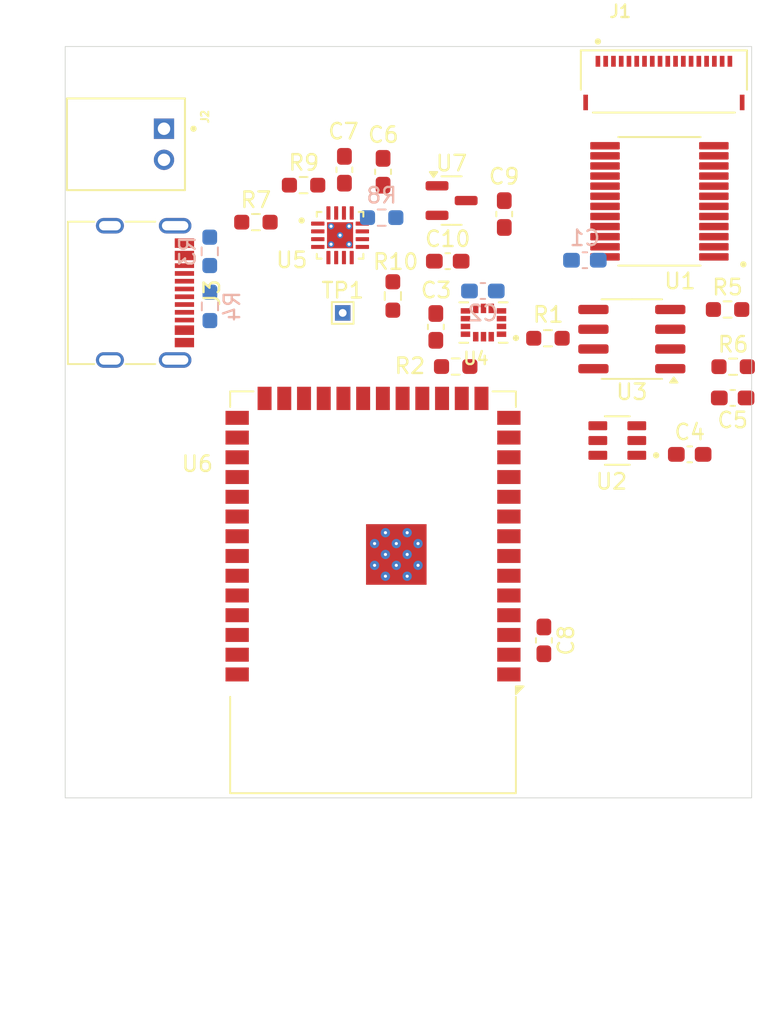
<source format=kicad_pcb>
(kicad_pcb (version 20241229) (generator "pcbnew") (generator_version "9.0")
  (layers (0 "F.Cu" signal) (2 "B.Cu" signal) (13 "F.Paste" user) (15 "B.Paste" user) (5 "F.SilkS" user "F.Silkscreen") (7 "B.SilkS" user "B.Silkscreen") (1 "F.Mask" user) (3 "B.Mask" user) (25 "Edge.Cuts" user))
  (net 0 "")
  (net 1 "Net-(U2-VIN)")
  (net 2 "/MCU/VDD5V")
  (net 3 "Net-(U5-TMR)")
  (net 4 "Net-(U5-OUT_10)")
  (net 5 "/Sensor/sense8")
  (net 6 "/Sensor/sense16")
  (net 7 "/Sensor/sense5")
  (net 8 "/Sensor/sense3")
  (net 9 "/Sensor/sense7")
  (net 10 "/Sensor/sense13")
  (net 11 "/Sensor/sense2")
  (net 12 "/Sensor/sense11")
  (net 13 "/Sensor/sense14")
  (net 14 "/Sensor/sense15")
  (net 15 "/Sensor/sense4")
  (net 16 "/Sensor/sense9")
  (net 17 "/Sensor/sense6")
  (net 18 "/Sensor/sense10")
  (net 19 "/Sensor/sense1")
  (net 20 "/Sensor/sense12")
  (net 21 "Net-(J2-Pin_1)")
  (net 22 "/MCU/USB_D_N")
  (net 24 "Net-(J3-CC1)")
  (net 25 "/MCU/USB_D_P")
  (net 29 "Net-(J3-CC2)")
  (net 32 "/MCU/IMU_Data")
  (net 33 "/MCU/IMU_Clk")
  (net 34 "/Sensor/Mux_Out")
  (net 35 "Net-(U3A--)")
  (net 36 "Net-(U5-TS)")
  (net 37 "Net-(U5-ISET)")
  (net 38 "+3V3")
  (net 39 "Net-(U5-~{CHG})")
  (net 40 "Net-(U5-~{PGOOD})")
  (net 42 "/MCU/S3")
  (net 43 "/MCU/S2")
  (net 44 "/MCU/S0")
  (net 45 "/MCU/ADC_CLK")
  (net 46 "GND")
  (net 47 "/MCU/ADC_CS")
  (net 48 "/MCU/ADC_SDATA")
  (net 49 "/MCU/IMU_INT")
  (net 69 "/MCU/S1")
  (net 81 "Net-(U5-ILIM)")
  (footprint "Resistor_SMD:R_0603_1608Metric_Pad0.98x0.95mm_HandSolder" (layer "F.Cu") (at 148.425 64.77 180)
    (property "Reference" "R1" (at -0.02 1.52 0) (layer "F.SilkS"))
    (property "Value" "4.7k")
    (fp_line (start -0.254724 0.5225) (end 0.254724 0.5225) (stroke (width 0.12)) (layer "F.SilkS"))
    (fp_line (start -0.254724 -0.5225) (end 0.254724 -0.5225) (stroke (width 0.12)) (layer "F.SilkS"))
    (pad "1" smd roundrect (at -0.9125 0 180) (size 0.975 0.95) (layers "F.Cu" "F.Mask" "F.Paste") (net 38 "+3V3"))
    (pad "2" smd roundrect (at 0.9125 0 180) (size 0.975 0.95) (layers "F.Cu" "F.Mask" "F.Paste") (net 32 "/MCU/IMU_Data"))
  )
  (footprint "Capacitor_SMD:C_0603_1608Metric_Pad1.08x0.95mm_HandSolder" (layer "F.Cu") (at 141.205 64.04 90)
    (property "Reference" "C3" (at 2.36 0.02 0) (layer "F.SilkS"))
    (property "Value" "100n")
    (fp_line (start -0.146267 -0.51) (end 0.146267 -0.51) (stroke (width 0.12)) (layer "F.SilkS"))
    (fp_line (start -0.146267 0.51) (end 0.146267 0.51) (stroke (width 0.12)) (layer "F.SilkS"))
    (pad "1" smd roundrect (at -0.8625 0 90) (size 1.075 0.95) (layers "F.Cu" "F.Mask" "F.Paste") (net 38 "+3V3"))
    (pad "2" smd roundrect (at 0.8625 0 90) (size 1.075 0.95) (layers "F.Cu" "F.Mask" "F.Paste") (net 46 "GND"))
  )
  (footprint "Capacitor_SMD:C_0603_1608Metric_Pad1.08x0.95mm_HandSolder" (layer "F.Cu") (at 157.5575 72.24)
    (property "Reference" "C4" (at 0 -1.43 0) (layer "F.SilkS"))
    (property "Value" "0.1u")
    (fp_line (start -0.146267 -0.51) (end 0.146267 -0.51) (stroke (width 0.12)) (layer "F.SilkS"))
    (fp_line (start -0.146267 0.51) (end 0.146267 0.51) (stroke (width 0.12)) (layer "F.SilkS"))
    (pad "1" smd roundrect (at -0.8625 0) (size 1.075 0.95) (layers "F.Cu" "F.Mask" "F.Paste") (net 38 "+3V3"))
    (pad "2" smd roundrect (at 0.8625 0) (size 1.075 0.95) (layers "F.Cu" "F.Mask" "F.Paste") (net 46 "GND"))
  )
  (footprint "Resistor_SMD:R_0603_1608Metric_Pad0.98x0.95mm_HandSolder" (layer "F.Cu") (at 138.4375 62.05 90)
    (property "Reference" "R10" (at 2.2025 0.18 180) (layer "F.SilkS"))
    (property "Value" "10k")
    (fp_line (start -0.254724 -0.5225) (end 0.254724 -0.5225) (stroke (width 0.12)) (layer "F.SilkS"))
    (fp_line (start -0.254724 0.5225) (end 0.254724 0.5225) (stroke (width 0.12)) (layer "F.SilkS"))
    (pad "1" smd roundrect (at -0.9125 0 90) (size 0.975 0.95) (layers "F.Cu" "F.Mask" "F.Paste") (net 2 "/MCU/VDD5V"))
    (pad "2" smd roundrect (at 0.9125 0 90) (size 0.975 0.95) (layers "F.Cu" "F.Mask" "F.Paste") (net 39 "Net-(U5-~{CHG})"))
  )
  (footprint "Resistor_SMD:R_0603_1608Metric_Pad0.98x0.95mm_HandSolder" (layer "F.Cu") (at 142.485 66.59)
    (property "Reference" "R2" (at -2.95 -0.04 0) (layer "F.SilkS"))
    (property "Value" "4.7k")
    (fp_line (start -0.254724 -0.5225) (end 0.254724 -0.5225) (stroke (width 0.12)) (layer "F.SilkS"))
    (fp_line (start -0.254724 0.5225) (end 0.254724 0.5225) (stroke (width 0.12)) (layer "F.SilkS"))
    (pad "1" smd roundrect (at -0.9125 0) (size 0.975 0.95) (layers "F.Cu" "F.Mask" "F.Paste") (net 38 "+3V3"))
    (pad "2" smd roundrect (at 0.9125 0) (size 0.975 0.95) (layers "F.Cu" "F.Mask" "F.Paste") (net 33 "/MCU/IMU_Clk"))
  )
  (footprint "Resistor_SMD:R_0603_1608Metric_Pad0.98x0.95mm_HandSolder" (layer "F.Cu") (at 132.6875 54.92 180)
    (property "Reference" "R9" (at -0.02 1.45 0) (layer "F.SilkS"))
    (property "Value" "4k")
    (fp_line (start -0.254724 0.5225) (end 0.254724 0.5225) (stroke (width 0.12)) (layer "F.SilkS"))
    (fp_line (start -0.254724 -0.5225) (end 0.254724 -0.5225) (stroke (width 0.12)) (layer "F.SilkS"))
    (pad "1" smd roundrect (at -0.9125 0 180) (size 0.975 0.95) (layers "F.Cu" "F.Mask" "F.Paste") (net 46 "GND"))
    (pad "2" smd roundrect (at 0.9125 0 180) (size 0.975 0.95) (layers "F.Cu" "F.Mask" "F.Paste") (net 37 "Net-(U5-ISET)"))
  )
  (footprint "TestPoint:TestPoint_THTPad_1.0x1.0mm_Drill0.5mm" (layer "F.Cu") (at 135.2075 63.14)
    (property "Reference" "TP1" (at 0 -1.448 0) (layer "F.SilkS"))
    (property "Value" "TestPoint")
    (fp_line (start -0.7 -0.7) (end 0.7 -0.7) (stroke (width 0.12)) (layer "F.SilkS"))
    (fp_line (start -0.7 0.7) (end -0.7 -0.7) (stroke (width 0.12)) (layer "F.SilkS"))
    (fp_line (start 0.7 -0.7) (end 0.7 0.7) (stroke (width 0.12)) (layer "F.SilkS"))
    (fp_line (start 0.7 0.7) (end -0.7 0.7) (stroke (width 0.12)) (layer "F.SilkS"))
    (pad "1" thru_hole rect (at 0 0) (size 1 1) (drill 0.5) (layers "*.Cu" "*.Mask") (net 40 "Net-(U5-~{PGOOD})"))
  )
  (footprint "pp_senior_design:QFN50P300X300X100-17N" (layer "F.Cu") (at 135.0375 58.145)
    (property "Reference" "U5" (at -3.11 1.595 0) (layer "F.SilkS"))
    (property "Value" "BQ24075RGTR")
    (fp_line (start -1.5 -1.5) (end -1.5 -1.2) (stroke (width 0.127)) (layer "F.SilkS"))
    (fp_line (start -1.5 -1.5) (end -1.2 -1.5) (stroke (width 0.127)) (layer "F.SilkS"))
    (fp_line (start -1.5 1.5) (end -1.5 1.2) (stroke (width 0.127)) (layer "F.SilkS"))
    (fp_line (start -1.5 1.5) (end -1.2 1.5) (stroke (width 0.127)) (layer "F.SilkS"))
    (fp_line (start 1.5 -1.5) (end 1.2 -1.5) (stroke (width 0.127)) (layer "F.SilkS"))
    (fp_line (start 1.5 -1.5) (end 1.5 -1.2) (stroke (width 0.127)) (layer "F.SilkS"))
    (fp_line (start 1.5 1.5) (end 1.2 1.5) (stroke (width 0.127)) (layer "F.SilkS"))
    (fp_line (start 1.5 1.5) (end 1.5 1.2) (stroke (width 0.127)) (layer "F.SilkS"))
    (fp_circle (center -2.475 -0.95) (end -2.375 -0.95) (stroke (width 0.2)) (fill no) (layer "F.SilkS"))
    (pad "1" smd roundrect (at -1.435 -0.75) (size 0.86 0.26) (layers "F.Cu" "F.Mask" "F.Paste") (roundrect_rratio 0.125) (net 36 "Net-(U5-TS)"))
    (pad "2" smd roundrect (at -1.435 -0.25) (size 0.86 0.26) (layers "F.Cu" "F.Mask" "F.Paste") (roundrect_rratio 0.125) (net 21 "Net-(J2-Pin_1)"))
    (pad "3" smd roundrect (at -1.435 0.25) (size 0.86 0.26) (layers "F.Cu" "F.Mask" "F.Paste") (roundrect_rratio 0.125) (net 21 "Net-(J2-Pin_1)"))
    (pad "4" smd roundrect (at -1.435 0.75) (size 0.86 0.26) (layers "F.Cu" "F.Mask" "F.Paste") (roundrect_rratio 0.125) (net 46 "GND"))
    (pad "5" smd roundrect (at -0.75 1.435) (size 0.26 0.86) (layers "F.Cu" "F.Mask" "F.Paste") (roundrect_rratio 0.125) (net 38 "+3V3"))
    (pad "6" smd roundrect (at -0.25 1.435) (size 0.26 0.86) (layers "F.Cu" "F.Mask" "F.Paste") (roundrect_rratio 0.125) (net 38 "+3V3"))
    (pad "7" smd roundrect (at 0.25 1.435) (size 0.26 0.86) (layers "F.Cu" "F.Mask" "F.Paste") (roundrect_rratio 0.125) (net 40 "Net-(U5-~{PGOOD})"))
    (pad "8" smd roundrect (at 0.75 1.435) (size 0.26 0.86) (layers "F.Cu" "F.Mask" "F.Paste") (roundrect_rratio 0.125) (net 46 "GND"))
    (pad "9" smd roundrect (at 1.435 0.75) (size 0.86 0.26) (layers "F.Cu" "F.Mask" "F.Paste") (roundrect_rratio 0.125) (net 39 "Net-(U5-~{CHG})"))
    (pad "10" smd roundrect (at 1.435 0.25) (size 0.86 0.26) (layers "F.Cu" "F.Mask" "F.Paste") (roundrect_rratio 0.125) (net 4 "Net-(U5-OUT_10)"))
    (pad "11" smd roundrect (at 1.435 -0.25) (size 0.86 0.26) (layers "F.Cu" "F.Mask" "F.Paste") (roundrect_rratio 0.125) (net 4 "Net-(U5-OUT_10)"))
    (pad "12" smd roundrect (at 1.435 -0.75) (size 0.86 0.26) (layers "F.Cu" "F.Mask" "F.Paste") (roundrect_rratio 0.125) (net 81 "Net-(U5-ILIM)"))
    (pad "13" smd roundrect (at 0.75 -1.435) (size 0.26 0.86) (layers "F.Cu" "F.Mask" "F.Paste") (roundrect_rratio 0.125) (net 2 "/MCU/VDD5V"))
    (pad "14" smd roundrect (at 0.25 -1.435) (size 0.26 0.86) (layers "F.Cu" "F.Mask" "F.Paste") (roundrect_rratio 0.125) (net 3 "Net-(U5-TMR)"))
    (pad "15" smd roundrect (at -0.25 -1.435) (size 0.26 0.86) (layers "F.Cu" "F.Mask" "F.Paste") (roundrect_rratio 0.125) (net 46 "GND"))
    (pad "16" smd roundrect (at -0.75 -1.435) (size 0.26 0.86) (layers "F.Cu" "F.Mask" "F.Paste") (roundrect_rratio 0.125) (net 37 "Net-(U5-ISET)"))
    (pad "17" smd rect (at 0 0) (size 1.68 1.68) (layers "F.Cu" "F.Mask") (net 46 "GND"))
    (pad "18" thru_hole circle (at 0 0) (size 0.4 0.4) (drill 0.2) (layers "*.Cu"))
    (pad "19" thru_hole circle (at -0.58 -0.58) (size 0.4 0.4) (drill 0.2) (layers "*.Cu"))
    (pad "20" thru_hole circle (at 0.58 -0.58) (size 0.4 0.4) (drill 0.2) (layers "*.Cu"))
    (pad "21" thru_hole circle (at -0.58 0.58) (size 0.4 0.4) (drill 0.2) (layers "*.Cu"))
    (pad "22" thru_hole circle (at 0.58 0.58) (size 0.4 0.4) (drill 0.2) (layers "*.Cu"))
  )
  (footprint "Resistor_SMD:R_0603_1608Metric_Pad0.98x0.95mm_HandSolder" (layer "F.Cu") (at 160.355 66.6)
    (property "Reference" "R6" (at 0 -1.43 0) (layer "F.SilkS"))
    (property "Value" "4.7k")
    (fp_line (start -0.254724 -0.5225) (end 0.254724 -0.5225) (stroke (width 0.12)) (layer "F.SilkS"))
    (fp_line (start -0.254724 0.5225) (end 0.254724 0.5225) (stroke (width 0.12)) (layer "F.SilkS"))
    (pad "1" smd roundrect (at -0.9125 0) (size 0.975 0.95) (layers "F.Cu" "F.Mask" "F.Paste") (net 35 "Net-(U3A--)"))
    (pad "2" smd roundrect (at 0.9125 0) (size 0.975 0.95) (layers "F.Cu" "F.Mask" "F.Paste") (net 1 "Net-(U2-VIN)"))
  )
  (footprint "Capacitor_SMD:C_0603_1608Metric_Pad1.08x0.95mm_HandSolder" (layer "F.Cu") (at 148.165 84.2075 -90)
    (property "Reference" "C8" (at 0 -1.43 90) (layer "F.SilkS"))
    (property "Value" "0.1u")
    (fp_line (start -0.146267 0.51) (end 0.146267 0.51) (stroke (width 0.12)) (layer "F.SilkS"))
    (fp_line (start -0.146267 -0.51) (end 0.146267 -0.51) (stroke (width 0.12)) (layer "F.SilkS"))
    (pad "1" smd roundrect (at -0.8625 0 270) (size 1.075 0.95) (layers "F.Cu" "F.Mask" "F.Paste") (net 38 "+3V3"))
    (pad "2" smd roundrect (at 0.8625 0 270) (size 1.075 0.95) (layers "F.Cu" "F.Mask" "F.Paste") (net 46 "GND"))
  )
  (footprint "Capacitor_SMD:C_0603_1608Metric_Pad1.08x0.95mm_HandSolder" (layer "F.Cu") (at 135.3175 53.93 90)
    (property "Reference" "C7" (at 2.47 -0.06 180) (layer "F.SilkS"))
    (property "Value" "10n")
    (fp_line (start -0.146267 -0.51) (end 0.146267 -0.51) (stroke (width 0.12)) (layer "F.SilkS"))
    (fp_line (start -0.146267 0.51) (end 0.146267 0.51) (stroke (width 0.12)) (layer "F.SilkS"))
    (pad "1" smd roundrect (at -0.862501 0 90) (size 1.075 0.95) (layers "F.Cu" "F.Mask" "F.Paste") (net 3 "Net-(U5-TMR)"))
    (pad "2" smd roundrect (at 0.862501 0 90) (size 1.075 0.95) (layers "F.Cu" "F.Mask" "F.Paste") (net 46 "GND"))
  )
  (footprint "Mux_Senior_Design:SOP65P780X200-24N" (layer "F.Cu") (at 155.6075 55.96 180)
    (property "Reference" "U1" (at -1.325 -5.135 0) (layer "F.SilkS"))
    (property "Value" "CD74HC4067SM96")
    (fp_line (start -2.65 4.135) (end 2.65 4.135) (stroke (width 0.127)) (layer "F.SilkS"))
    (fp_line (start -2.65 -4.135) (end 2.65 -4.135) (stroke (width 0.127)) (layer "F.SilkS"))
    (fp_circle (center -5.405 -4.055) (end -5.305 -4.055) (stroke (width 0.2)) (fill no) (layer "F.SilkS"))
    (pad "1" smd roundrect (at -3.505 -3.575 180) (size 1.9 0.48) (layers "F.Cu" "F.Mask" "F.Paste") (roundrect_rratio 0.125) (net 34 "/Sensor/Mux_Out"))
    (pad "2" smd roundrect (at -3.505 -2.925 180) (size 1.9 0.48) (layers "F.Cu" "F.Mask" "F.Paste") (roundrect_rratio 0.125) (net 19 "/Sensor/sense1"))
    (pad "3" smd roundrect (at -3.505 -2.275 180) (size 1.9 0.48) (layers "F.Cu" "F.Mask" "F.Paste") (roundrect_rratio 0.125) (net 11 "/Sensor/sense2"))
    (pad "4" smd roundrect (at -3.505 -1.625 180) (size 1.9 0.48) (layers "F.Cu" "F.Mask" "F.Paste") (roundrect_rratio 0.125) (net 8 "/Sensor/sense3"))
    (pad "5" smd roundrect (at -3.505 -0.975 180) (size 1.9 0.48) (layers "F.Cu" "F.Mask" "F.Paste") (roundrect_rratio 0.125) (net 15 "/Sensor/sense4"))
    (pad "6" smd roundrect (at -3.505 -0.325 180) (size 1.9 0.48) (layers "F.Cu" "F.Mask" "F.Paste") (roundrect_rratio 0.125) (net 7 "/Sensor/sense5"))
    (pad "7" smd roundrect (at -3.505 0.325 180) (size 1.9 0.48) (layers "F.Cu" "F.Mask" "F.Paste") (roundrect_rratio 0.125) (net 17 "/Sensor/sense6"))
    (pad "8" smd roundrect (at -3.505 0.975 180) (size 1.9 0.48) (layers "F.Cu" "F.Mask" "F.Paste") (roundrect_rratio 0.125) (net 9 "/Sensor/sense7"))
    (pad "9" smd roundrect (at -3.505 1.625 180) (size 1.9 0.48) (layers "F.Cu" "F.Mask" "F.Paste") (roundrect_rratio 0.125) (net 5 "/Sensor/sense8"))
    (pad "10" smd roundrect (at -3.505 2.275 180) (size 1.9 0.48) (layers "F.Cu" "F.Mask" "F.Paste") (roundrect_rratio 0.125) (net 43 "/MCU/S2"))
    (pad "11" smd roundrect (at -3.505 2.925 180) (size 1.9 0.48) (layers "F.Cu" "F.Mask" "F.Paste") (roundrect_rratio 0.125))
    (pad "12" smd roundrect (at -3.505 3.575 180) (size 1.9 0.48) (layers "F.Cu" "F.Mask" "F.Paste") (roundrect_rratio 0.125) (net 46 "GND"))
    (pad "13" smd roundrect (at 3.505 3.575 180) (size 1.9 0.48) (layers "F.Cu" "F.Mask" "F.Paste") (roundrect_rratio 0.125) (net 42 "/MCU/S3"))
    (pad "14" smd roundrect (at 3.505 2.925 180) (size 1.9 0.48) (layers "F.Cu" "F.Mask" "F.Paste") (roundrect_rratio 0.125) (net 44 "/MCU/S0"))
    (pad "15" smd roundrect (at 3.505 2.275 180) (size 1.9 0.48) (layers "F.Cu" "F.Mask" "F.Paste") (roundrect_rratio 0.125) (net 46 "GND"))
    (pad "16" smd roundrect (at 3.505 1.625 180) (size 1.9 0.48) (layers "F.Cu" "F.Mask" "F.Paste") (roundrect_rratio 0.125) (net 6 "/Sensor/sense16"))
    (pad "17" smd roundrect (at 3.505 0.975 180) (size 1.9 0.48) (layers "F.Cu" "F.Mask" "F.Paste") (roundrect_rratio 0.125) (net 14 "/Sensor/sense15"))
    (pad "18" smd roundrect (at 3.505 0.325 180) (size 1.9 0.48) (layers "F.Cu" "F.Mask" "F.Paste") (roundrect_rratio 0.125) (net 13 "/Sensor/sense14"))
    (pad "19" smd roundrect (at 3.505 -0.325 180) (size 1.9 0.48) (layers "F.Cu" "F.Mask" "F.Paste") (roundrect_rratio 0.125) (net 10 "/Sensor/sense13"))
    (pad "20" smd roundrect (at 3.505 -0.975 180) (size 1.9 0.48) (layers "F.Cu" "F.Mask" "F.Paste") (roundrect_rratio 0.125) (net 20 "/Sensor/sense12"))
    (pad "21" smd roundrect (at 3.505 -1.625 180) (size 1.9 0.48) (layers "F.Cu" "F.Mask" "F.Paste") (roundrect_rratio 0.125) (net 12 "/Sensor/sense11"))
    (pad "22" smd roundrect (at 3.505 -2.275 180) (size 1.9 0.48) (layers "F.Cu" "F.Mask" "F.Paste") (roundrect_rratio 0.125) (net 18 "/Sensor/sense10"))
    (pad "23" smd roundrect (at 3.505 -2.925 180) (size 1.9 0.48) (layers "F.Cu" "F.Mask" "F.Paste") (roundrect_rratio 0.125) (net 16 "/Sensor/sense9"))
    (pad "24" smd roundrect (at 3.505 -3.575 180) (size 1.9 0.48) (layers "F.Cu" "F.Mask" "F.Paste") (roundrect_rratio 0.125) (net 38 "+3V3"))
  )
  (footprint "Resistor_SMD:R_0603_1608Metric_Pad0.98x0.95mm_HandSolder" (layer "F.Cu") (at 129.6175 57.3)
    (property "Reference" "R7" (at 0 -1.43 0) (layer "F.SilkS"))
    (property "Value" "10k")
    (fp_line (start -0.254724 -0.5225) (end 0.254724 -0.5225) (stroke (width 0.12)) (layer "F.SilkS"))
    (fp_line (start -0.254724 0.5225) (end 0.254724 0.5225) (stroke (width 0.12)) (layer "F.SilkS"))
    (pad "1" smd roundrect (at -0.9125 0) (size 0.975 0.95) (layers "F.Cu" "F.Mask" "F.Paste") (net 46 "GND"))
    (pad "2" smd roundrect (at 0.9125 0) (size 0.975 0.95) (layers "F.Cu" "F.Mask" "F.Paste") (net 36 "Net-(U5-TS)"))
  )
  (footprint "ADC_Senior_Design:SOT95P280X145-6N" (layer "F.Cu") (at 152.895 71.35 180)
    (property "Reference" "U2" (at 0.375 -2.635 0) (layer "F.SilkS"))
    (property "Value" "ADC081S021CIMF")
    (fp_line (start 0.8 -1.56) (end -0.8 -1.56) (stroke (width 0.127)) (layer "F.SilkS"))
    (fp_line (start -0.8 1.56) (end 0.8 1.56) (stroke (width 0.127)) (layer "F.SilkS"))
    (fp_circle (center -2.5 -0.95) (end -2.4 -0.95) (stroke (width 0.2)) (fill no) (layer "F.SilkS"))
    (pad "1" smd roundrect (at -1.255 -0.95 180) (size 1.21 0.58) (layers "F.Cu" "F.Mask" "F.Paste") (roundrect_rratio 0.125) (net 38 "+3V3"))
    (pad "2" smd roundrect (at -1.255 0 180) (size 1.21 0.58) (layers "F.Cu" "F.Mask" "F.Paste") (roundrect_rratio 0.125) (net 46 "GND"))
    (pad "3" smd roundrect (at -1.255 0.95 180) (size 1.21 0.58) (layers "F.Cu" "F.Mask" "F.Paste") (roundrect_rratio 0.125) (net 1 "Net-(U2-VIN)"))
    (pad "4" smd roundrect (at 1.255 0.95 180) (size 1.21 0.58) (layers "F.Cu" "F.Mask" "F.Paste") (roundrect_rratio 0.125) (net 47 "/MCU/ADC_CS"))
    (pad "5" smd roundrect (at 1.255 0 180) (size 1.21 0.58) (layers "F.Cu" "F.Mask" "F.Paste") (roundrect_rratio 0.125) (net 48 "/MCU/ADC_SDATA"))
    (pad "6" smd roundrect (at 1.255 -0.95 180) (size 1.21 0.58) (layers "F.Cu" "F.Mask" "F.Paste") (roundrect_rratio 0.125) (net 45 "/MCU/ADC_CLK"))
  )
  (footprint "IMU_Senior_Design:PQFN50P250X300X86-14N" (layer "F.Cu") (at 144.275 63.76 180)
    (property "Reference" "U4" (at 0.49 -2.308 0) (layer "F.SilkS") (effects (font (size 0.8 0.8))))
    (property "Value" "LSM6DSOXTR")
    (fp_line (start 0.99 1.3) (end 1.55 1.3) (stroke (width 0.127)) (layer "F.SilkS"))
    (fp_line (start 0.99 -1.3) (end 1.55 -1.3) (stroke (width 0.127)) (layer "F.SilkS"))
    (fp_line (start -0.99 -1.3) (end -1.55 -1.3) (stroke (width 0.127)) (layer "F.SilkS"))
    (fp_line (start -1.55 1.3) (end -0.99 1.3) (stroke (width 0.127)) (layer "F.SilkS"))
    (fp_circle (center -2.09 -0.995) (end -1.99 -0.995) (stroke (width 0.2)) (fill no) (layer "F.SilkS"))
    (pad "1" smd rect (at -1.16 -0.75 180) (size 0.61 0.35) (layers "F.Cu" "F.Paste"))
    (pad "2" smd rect (at -1.16 -0.25 180) (size 0.61 0.35) (layers "F.Cu" "F.Paste"))
    (pad "3" smd rect (at -1.16 0.25 180) (size 0.61 0.35) (layers "F.Cu" "F.Paste"))
    (pad "4" smd rect (at -1.16 0.75 180) (size 0.61 0.35) (layers "F.Cu" "F.Paste") (net 49 "/MCU/IMU_INT"))
    (pad "5" smd rect (at -0.5 0.91 180) (size 0.35 0.61) (layers "F.Cu" "F.Paste") (net 38 "+3V3"))
    (pad "6" smd rect (at 0 0.91 180) (size 0.35 0.61) (layers "F.Cu" "F.Paste") (net 46 "GND"))
    (pad "7" smd rect (at 0.5 0.91 180) (size 0.35 0.61) (layers "F.Cu" "F.Paste") (net 46 "GND"))
    (pad "8" smd rect (at 1.16 0.75 180) (size 0.61 0.35) (layers "F.Cu" "F.Paste") (net 38 "+3V3"))
    (pad "9" smd rect (at 1.16 0.25 180) (size 0.61 0.35) (layers "F.Cu" "F.Paste"))
    (pad "10" smd rect (at 1.16 -0.25 180) (size 0.61 0.35) (layers "F.Cu" "F.Paste"))
    (pad "11" smd rect (at 1.16 -0.75 180) (size 0.61 0.35) (layers "F.Cu" "F.Paste"))
    (pad "12" smd rect (at 0.5 -0.91 180) (size 0.35 0.61) (layers "F.Cu" "F.Paste") (net 38 "+3V3"))
    (pad "13" smd rect (at 0 -0.91 180) (size 0.35 0.61) (layers "F.Cu" "F.Paste") (net 33 "/MCU/IMU_Clk"))
    (pad "14" smd rect (at -0.5 -0.91 180) (size 0.35 0.61) (layers "F.Cu" "F.Paste") (net 32 "/MCU/IMU_Data"))
  )
  (footprint "Package_TO_SOT_SMD:SOT-23" (layer "F.Cu") (at 142.22 55.912501)
    (property "Reference" "U7" (at 0 -2.4 0) (layer "F.SilkS"))
    (property "Value" "MCP1700x-300xxTT")
    (fp_line (start 0 -1.56) (end -0.65 -1.56) (stroke (width 0.12)) (layer "F.SilkS"))
    (fp_line (start 0 -1.56) (end 0.65 -1.56) (stroke (width 0.12)) (layer "F.SilkS"))
    (fp_line (start 0 1.56) (end -0.65 1.56) (stroke (width 0.12)) (layer "F.SilkS"))
    (fp_line (start 0 1.56) (end 0.65 1.56) (stroke (width 0.12)) (layer "F.SilkS"))
    (fp_poly (pts (xy -1.1625 -1.51) (xy -1.4025 -1.84) (xy -0.9225 -1.84)) (stroke (width 0.12)) (fill yes) (layer "F.SilkS"))
    (pad "1" smd roundrect (at -0.9375 -0.95) (size 1.475 0.6) (layers "F.Cu" "F.Mask" "F.Paste") (net 46 "GND"))
    (pad "2" smd roundrect (at -0.9375 0.95) (size 1.475 0.6) (layers "F.Cu" "F.Mask" "F.Paste") (net 38 "+3V3"))
    (pad "3" smd roundrect (at 0.9375 0) (size 1.475 0.6) (layers "F.Cu" "F.Mask" "F.Paste") (net 4 "Net-(U5-OUT_10)"))
  )
  (footprint "Capacitor_SMD:C_0603_1608Metric_Pad1.08x0.95mm_HandSolder" (layer "F.Cu") (at 145.6125 56.78 -90)
    (property "Reference" "C9" (at -2.417499 0.01 180) (layer "F.SilkS"))
    (property "Value" "10u")
    (fp_line (start -0.146267 0.51) (end 0.146267 0.51) (stroke (width 0.12)) (layer "F.SilkS"))
    (fp_line (start -0.146267 -0.51) (end 0.146267 -0.51) (stroke (width 0.12)) (layer "F.SilkS"))
    (pad "1" smd roundrect (at -0.862501 0 270) (size 1.075 0.95) (layers "F.Cu" "F.Mask" "F.Paste") (net 4 "Net-(U5-OUT_10)"))
    (pad "2" smd roundrect (at 0.862501 0 270) (size 1.075 0.95) (layers "F.Cu" "F.Mask" "F.Paste") (net 46 "GND"))
  )
  (footprint "Capacitor_SMD:C_0603_1608Metric_Pad1.08x0.95mm_HandSolder" (layer "F.Cu") (at 141.9725 59.81)
    (property "Reference" "C10" (at 0 -1.43 0) (layer "F.SilkS"))
    (property "Value" "1u")
    (fp_line (start -0.146267 -0.51) (end 0.146267 -0.51) (stroke (width 0.12)) (layer "F.SilkS"))
    (fp_line (start -0.146267 0.51) (end 0.146267 0.51) (stroke (width 0.12)) (layer "F.SilkS"))
    (pad "1" smd roundrect (at -0.8625 0) (size 1.075 0.95) (layers "F.Cu" "F.Mask" "F.Paste") (net 38 "+3V3"))
    (pad "2" smd roundrect (at 0.8625 0) (size 1.075 0.95) (layers "F.Cu" "F.Mask" "F.Paste") (net 46 "GND"))
  )
  (footprint "Package_SO:SOIC-8_3.9x4.9mm_P1.27mm" (layer "F.Cu") (at 153.83 64.825 180)
    (property "Reference" "U3" (at 0 -3.4 0) (layer "F.SilkS"))
    (property "Value" "OPA1662D")
    (fp_line (start 0 2.56) (end 1.95 2.56) (stroke (width 0.12)) (layer "F.SilkS"))
    (fp_line (start 0 2.56) (end -1.95 2.56) (stroke (width 0.12)) (layer "F.SilkS"))
    (fp_line (start 0 -2.56) (end 1.95 -2.56) (stroke (width 0.12)) (layer "F.SilkS"))
    (fp_line (start 0 -2.56) (end -1.95 -2.56) (stroke (width 0.12)) (layer "F.SilkS"))
    (fp_poly (pts (xy -2.7 -2.465) (xy -2.94 -2.795) (xy -2.46 -2.795)) (stroke (width 0.12)) (fill yes) (layer "F.SilkS"))
    (pad "1" smd roundrect (at -2.475 -1.905 180) (size 1.95 0.6) (layers "F.Cu" "F.Mask" "F.Paste") (net 35 "Net-(U3A--)"))
    (pad "2" smd roundrect (at -2.475 -0.635 180) (size 1.95 0.6) (layers "F.Cu" "F.Mask" "F.Paste") (net 35 "Net-(U3A--)"))
    (pad "3" smd roundrect (at -2.475 0.635 180) (size 1.95 0.6) (layers "F.Cu" "F.Mask" "F.Paste") (net 34 "/Sensor/Mux_Out"))
    (pad "4" smd roundrect (at -2.475 1.905 180) (size 1.95 0.6) (layers "F.Cu" "F.Mask" "F.Paste") (net 46 "GND"))
    (pad "5" smd roundrect (at 2.475 1.905 180) (size 1.95 0.6) (layers "F.Cu" "F.Mask" "F.Paste"))
    (pad "6" smd roundrect (at 2.475 0.635 180) (size 1.95 0.6) (layers "F.Cu" "F.Mask" "F.Paste"))
    (pad "7" smd roundrect (at 2.475 -0.635 180) (size 1.95 0.6) (layers "F.Cu" "F.Mask" "F.Paste"))
    (pad "8" smd roundrect (at 2.475 -1.905 180) (size 1.95 0.6) (layers "F.Cu" "F.Mask" "F.Paste") (net 38 "+3V3"))
  )
  (footprint "Resistor_SMD:R_0603_1608Metric_Pad0.98x0.95mm_HandSolder" (layer "F.Cu") (at 159.995 62.92)
    (property "Reference" "R5" (at 0 -1.43 0) (layer "F.SilkS"))
    (property "Value" "30k")
    (fp_line (start -0.254724 -0.5225) (end 0.254724 -0.5225) (stroke (width 0.12)) (layer "F.SilkS"))
    (fp_line (start -0.254724 0.5225) (end 0.254724 0.5225) (stroke (width 0.12)) (layer "F.SilkS"))
    (pad "1" smd roundrect (at -0.9125 0) (size 0.975 0.95) (layers "F.Cu" "F.Mask" "F.Paste") (net 34 "/Sensor/Mux_Out"))
    (pad "2" smd roundrect (at 0.9125 0) (size 0.975 0.95) (layers "F.Cu" "F.Mask" "F.Paste") (net 46 "GND"))
  )
  (footprint "Capacitor_SMD:C_0603_1608Metric_Pad1.08x0.95mm_HandSolder" (layer "F.Cu") (at 160.325 68.61 180)
    (property "Reference" "C5" (at 0 -1.43 0) (layer "F.SilkS"))
    (property "Value" "1u")
    (fp_line (start -0.146267 0.51) (end 0.146267 0.51) (stroke (width 0.12)) (layer "F.SilkS"))
    (fp_line (start -0.146267 -0.51) (end 0.146267 -0.51) (stroke (width 0.12)) (layer "F.SilkS"))
    (pad "1" smd roundrect (at -0.8625 0 180) (size 1.075 0.95) (layers "F.Cu" "F.Mask" "F.Paste") (net 1 "Net-(U2-VIN)"))
    (pad "2" smd roundrect (at 0.8625 0 180) (size 1.075 0.95) (layers "F.Cu" "F.Mask" "F.Paste") (net 46 "GND"))
  )
  (footprint "18_Pin_Connector:MOLEX_503480-1800" (layer "F.Cu") (at 155.895 48.45)
    (property "Reference" "J1" (at -2.811205 -4.710235 0) (layer "F.SilkS") (effects (font (size 0.800591 0.800591))))
    (property "Value" "503480-1800")
    (fp_line (start -5.35 -2.2) (end -5.35 0.33) (stroke (width 0.127)) (layer "F.SilkS"))
    (fp_line (start -5.35 -2.2) (end 5.35 -2.2) (stroke (width 0.127)) (layer "F.SilkS"))
    (fp_line (start -4.57 1.8) (end 4.57 1.8) (stroke (width 0.127)) (layer "F.SilkS"))
    (fp_line (start 5.35 0.33) (end 5.35 -2.2) (stroke (width 0.127)) (layer "F.SilkS"))
    (fp_circle (center -4.25 -2.773) (end -4.15 -2.773) (stroke (width 0.2)) (fill no) (layer "F.SilkS"))
    (pad "1" smd rect (at -4.25 -1.5) (size 0.3 0.7) (layers "F.Cu" "F.Mask" "F.Paste") (net 46 "GND"))
    (pad "2" smd rect (at -3.75 -1.5) (size 0.3 0.7) (layers "F.Cu" "F.Mask" "F.Paste") (net 6 "/Sensor/sense16"))
    (pad "3" smd rect (at -3.25 -1.5) (size 0.3 0.7) (layers "F.Cu" "F.Mask" "F.Paste") (net 14 "/Sensor/sense15"))
    (pad "4" smd rect (at -2.75 -1.5) (size 0.3 0.7) (layers "F.Cu" "F.Mask" "F.Paste") (net 13 "/Sensor/sense14"))
    (pad "5" smd rect (at -2.25 -1.5) (size 0.3 0.7) (layers "F.Cu" "F.Mask" "F.Paste") (net 10 "/Sensor/sense13"))
    (pad "6" smd rect (at -1.75 -1.5) (size 0.3 0.7) (layers "F.Cu" "F.Mask" "F.Paste") (net 20 "/Sensor/sense12"))
    (pad "7" smd rect (at -1.25 -1.5) (size 0.3 0.7) (layers "F.Cu" "F.Mask" "F.Paste") (net 12 "/Sensor/sense11"))
    (pad "8" smd rect (at -0.75 -1.5) (size 0.3 0.7) (layers "F.Cu" "F.Mask" "F.Paste") (net 18 "/Sensor/sense10"))
    (pad "9" smd rect (at -0.25 -1.5) (size 0.3 0.7) (layers "F.Cu" "F.Mask" "F.Paste") (net 16 "/Sensor/sense9"))
    (pad "10" smd rect (at 0.25 -1.5) (size 0.3 0.7) (layers "F.Cu" "F.Mask" "F.Paste") (net 5 "/Sensor/sense8"))
    (pad "11" smd rect (at 0.75 -1.5) (size 0.3 0.7) (layers "F.Cu" "F.Mask" "F.Paste") (net 9 "/Sensor/sense7"))
    (pad "12" smd rect (at 1.25 -1.5) (size 0.3 0.7) (layers "F.Cu" "F.Mask" "F.Paste") (net 17 "/Sensor/sense6"))
    (pad "13" smd rect (at 1.75 -1.5) (size 0.3 0.7) (layers "F.Cu" "F.Mask" "F.Paste") (net 7 "/Sensor/sense5"))
    (pad "14" smd rect (at 2.25 -1.5) (size 0.3 0.7) (layers "F.Cu" "F.Mask" "F.Paste") (net 15 "/Sensor/sense4"))
    (pad "15" smd rect (at 2.75 -1.5) (size 0.3 0.7) (layers "F.Cu" "F.Mask" "F.Paste") (net 8 "/Sensor/sense3"))
    (pad "16" smd rect (at 3.25 -1.5) (size 0.3 0.7) (layers "F.Cu" "F.Mask" "F.Paste") (net 11 "/Sensor/sense2"))
    (pad "17" smd rect (at 3.75 -1.5) (size 0.3 0.7) (layers "F.Cu" "F.Mask" "F.Paste") (net 19 "/Sensor/sense1"))
    (pad "18" smd rect (at 4.25 -1.5) (size 0.3 0.7) (layers "F.Cu" "F.Mask" "F.Paste") (net 38 "+3V3"))
    (pad "SH1" smd rect (at -5.04 1.15) (size 0.3 1) (layers "F.Cu" "F.Mask" "F.Paste"))
    (pad "SH2" smd rect (at 5.04 1.15) (size 0.3 1) (layers "F.Cu" "F.Mask" "F.Paste"))
  )
  (footprint "RF_Module:ESP32-S3-WROOM-1" (layer "F.Cu") (at 137.16 81.14 180)
    (property "Reference" "U6" (at 11.315 8.29 0) (layer "F.SilkS"))
    (property "Value" "ESP32-S3-WROOM-1")
    (fp_line (start 9.2 12.95) (end 9.2 11.95) (stroke (width 0.12)) (layer "F.SilkS"))
    (fp_line (start 9.2 12.95) (end 7.7 12.95) (stroke (width 0.12)) (layer "F.SilkS"))
    (fp_line (start 9.2 -12.9) (end 9.2 -6.7) (stroke (width 0.12)) (layer "F.SilkS"))
    (fp_line (start -9.2 12.95) (end -7.7 12.95) (stroke (width 0.12)) (layer "F.SilkS"))
    (fp_line (start -9.2 11.95) (end -9.2 12.95) (stroke (width 0.12)) (layer "F.SilkS"))
    (fp_line (start -9.2 -12.9) (end 9.2 -12.9) (stroke (width 0.12)) (layer "F.SilkS"))
    (fp_line (start -9.2 -12.9) (end -9.2 -6.7) (stroke (width 0.12)) (layer "F.SilkS"))
    (fp_poly (pts (xy -9.2 -6.025) (xy -9.7 -6.025) (xy -9.2 -6.525) (xy -9.2 -6.025)) (stroke (width 0.12)) (fill yes) (layer "F.SilkS"))
    (pad "1" smd rect (at -8.75 -5.26 180) (size 1.5 0.9) (layers "F.Cu" "F.Mask" "F.Paste") (net 46 "GND"))
    (pad "2" smd rect (at -8.75 -3.99 180) (size 1.5 0.9) (layers "F.Cu" "F.Mask" "F.Paste") (net 38 "+3V3"))
    (pad "3" smd rect (at -8.75 -2.72 180) (size 1.5 0.9) (layers "F.Cu" "F.Mask" "F.Paste") (net 38 "+3V3"))
    (pad "4" smd rect (at -8.75 -1.45 180) (size 1.5 0.9) (layers "F.Cu" "F.Mask" "F.Paste") (net 44 "/MCU/S0"))
    (pad "5" smd rect (at -8.75 -0.18 180) (size 1.5 0.9) (layers "F.Cu" "F.Mask" "F.Paste") (net 69 "/MCU/S1"))
    (pad "6" smd rect (at -8.75 1.09 180) (size 1.5 0.9) (layers "F.Cu" "F.Mask" "F.Paste") (net 43 "/MCU/S2"))
    (pad "7" smd rect (at -8.75 2.36 180) (size 1.5 0.9) (layers "F.Cu" "F.Mask" "F.Paste") (net 49 "/MCU/IMU_INT"))
    (pad "8" smd rect (at -8.75 3.63 180) (size 1.5 0.9) (layers "F.Cu" "F.Mask" "F.Paste") (net 42 "/MCU/S3"))
    (pad "9" smd rect (at -8.75 4.9 180) (size 1.5 0.9) (layers "F.Cu" "F.Mask" "F.Paste"))
    (pad "10" smd rect (at -8.75 6.17 180) (size 1.5 0.9) (layers "F.Cu" "F.Mask" "F.Paste"))
    (pad "11" smd rect (at -8.75 7.44 180) (size 1.5 0.9) (layers "F.Cu" "F.Mask" "F.Paste"))
    (pad "12" smd rect (at -8.75 8.71 180) (size 1.5 0.9) (layers "F.Cu" "F.Mask" "F.Paste") (net 32 "/MCU/IMU_Data"))
    (pad "13" smd rect (at -8.75 9.98 180) (size 1.5 0.9) (layers "F.Cu" "F.Mask" "F.Paste") (net 22 "/MCU/USB_D_N"))
    (pad "14" smd rect (at -8.75 11.25) (size 1.5 0.9) (layers "F.Cu" "F.Mask" "F.Paste") (net 25 "/MCU/USB_D_P"))
    (pad "15" smd rect (at -6.985 12.5 90) (size 1.5 0.9) (layers "F.Cu" "F.Mask" "F.Paste"))
    (pad "16" smd rect (at -5.715 12.5 90) (size 1.5 0.9) (layers "F.Cu" "F.Mask" "F.Paste"))
    (pad "17" smd rect (at -4.445 12.5 90) (size 1.5 0.9) (layers "F.Cu" "F.Mask" "F.Paste") (net 33 "/MCU/IMU_Clk"))
    (pad "18" smd rect (at -3.175 12.5 90) (size 1.5 0.9) (layers "F.Cu" "F.Mask" "F.Paste") (net 47 "/MCU/ADC_CS"))
    (pad "19" smd rect (at -1.905 12.5 90) (size 1.5 0.9) (layers "F.Cu" "F.Mask" "F.Paste"))
    (pad "20" smd rect (at -0.635 12.5 90) (size 1.5 0.9) (layers "F.Cu" "F.Mask" "F.Paste") (net 45 "/MCU/ADC_CLK"))
    (pad "21" smd rect (at 0.635 12.5 90) (size 1.5 0.9) (layers "F.Cu" "F.Mask" "F.Paste") (net 48 "/MCU/ADC_SDATA"))
    (pad "22" smd rect (at 1.905 12.5 90) (size 1.5 0.9) (layers "F.Cu" "F.Mask" "F.Paste"))
    (pad "23" smd rect (at 3.175 12.5 90) (size 1.5 0.9) (layers "F.Cu" "F.Mask" "F.Paste"))
    (pad "24" smd rect (at 4.445 12.5 90) (size 1.5 0.9) (layers "F.Cu" "F.Mask" "F.Paste"))
    (pad "25" smd rect (at 5.715 12.5 90) (size 1.5 0.9) (layers "F.Cu" "F.Mask" "F.Paste"))
    (pad "26" smd rect (at 6.985 12.5 90) (size 1.5 0.9) (layers "F.Cu" "F.Mask" "F.Paste"))
    (pad "27" smd rect (at 8.75 11.25 180) (size 1.5 0.9) (layers "F.Cu" "F.Mask" "F.Paste"))
    (pad "28" smd rect (at 8.75 9.98 180) (size 1.5 0.9) (layers "F.Cu" "F.Mask" "F.Paste"))
    (pad "29" smd rect (at 8.75 8.71 180) (size 1.5 0.9) (layers "F.Cu" "F.Mask" "F.Paste"))
    (pad "30" smd rect (at 8.75 7.44 180) (size 1.5 0.9) (layers "F.Cu" "F.Mask" "F.Paste"))
    (pad "31" smd rect (at 8.75 6.17 180) (size 1.5 0.9) (layers "F.Cu" "F.Mask" "F.Paste"))
    (pad "32" smd rect (at 8.75 4.9 180) (size 1.5 0.9) (layers "F.Cu" "F.Mask" "F.Paste"))
    (pad "33" smd rect (at 8.75 3.63 180) (size 1.5 0.9) (layers "F.Cu" "F.Mask" "F.Paste"))
    (pad "34" smd rect (at 8.75 2.36 180) (size 1.5 0.9) (layers "F.Cu" "F.Mask" "F.Paste"))
    (pad "35" smd rect (at 8.75 1.09 180) (size 1.5 0.9) (layers "F.Cu" "F.Mask" "F.Paste"))
    (pad "36" smd rect (at 8.75 -0.18 180) (size 1.5 0.9) (layers "F.Cu" "F.Mask" "F.Paste"))
    (pad "37" smd rect (at 8.75 -1.45 180) (size 1.5 0.9) (layers "F.Cu" "F.Mask" "F.Paste"))
    (pad "38" smd rect (at 8.75 -2.72 180) (size 1.5 0.9) (layers "F.Cu" "F.Mask" "F.Paste"))
    (pad "39" smd rect (at 8.75 -3.99 180) (size 1.5 0.9) (layers "F.Cu" "F.Mask" "F.Paste"))
    (pad "40" smd rect (at 8.75 -5.26 180) (size 1.5 0.9) (layers "F.Cu" "F.Mask" "F.Paste") (net 46 "GND"))
    (pad "41" thru_hole circle (at -2.9 1.76 270) (size 0.6 0.6) (drill 0.2) (property pad_prop_heatsink) (layers "*.Cu" "F.Mask") (net 46 "GND"))
    (pad "41" thru_hole circle (at -2.9 3.16 180) (size 0.6 0.6) (drill 0.2) (property pad_prop_heatsink) (layers "*.Cu" "F.Mask") (net 46 "GND"))
    (pad "41" thru_hole circle (at -2.2 1.06 180) (size 0.6 0.6) (drill 0.2) (property pad_prop_heatsink) (layers "*.Cu" "F.Mask") (net 46 "GND"))
    (pad "41" thru_hole circle (at -2.2 2.46 180) (size 0.6 0.6) (drill 0.2) (property pad_prop_heatsink) (layers "*.Cu" "F.Mask") (net 46 "GND"))
    (pad "41" thru_hole circle (at -2.2 3.86 180) (size 0.6 0.6) (drill 0.2) (property pad_prop_heatsink) (layers "*.Cu" "F.Mask") (net 46 "GND"))
    (pad "41" thru_hole circle (at -1.5 1.76 180) (size 0.6 0.6) (drill 0.2) (property pad_prop_heatsink) (layers "*.Cu" "F.Mask") (net 46 "GND"))
    (pad "41" smd rect (at -1.5 2.46 90) (size 3.9 3.9) (property pad_prop_heatsink) (layers "F.Cu" "F.Mask") (net 46 "GND"))
    (pad "41" thru_hole circle (at -1.5 3.16 180) (size 0.6 0.6) (drill 0.2) (property pad_prop_heatsink) (layers "*.Cu" "F.Mask") (net 46 "GND"))
    (pad "41" thru_hole circle (at -0.8 1.06 180) (size 0.6 0.6) (drill 0.2) (property pad_prop_heatsink) (layers "*.Cu" "F.Mask") (net 46 "GND"))
    (pad "41" thru_hole circle (at -0.8 2.46 180) (size 0.6 0.6) (drill 0.2) (property pad_prop_heatsink) (layers "*.Cu" "F.Mask") (net 46 "GND"))
    (pad "41" thru_hole circle (at -0.8 3.86 180) (size 0.6 0.6) (drill 0.2) (property pad_prop_heatsink) (layers "*.Cu" "F.Mask") (net 46 "GND"))
    (pad "41" thru_hole circle (at -0.1 1.76 180) (size 0.6 0.6) (drill 0.2) (property pad_prop_heatsink) (layers "*.Cu" "F.Mask") (net 46 "GND"))
    (pad "41" thru_hole circle (at -0.1 3.16 180) (size 0.6 0.6) (drill 0.2) (property pad_prop_heatsink) (layers "*.Cu" "F.Mask") (net 46 "GND"))
  )
  (footprint "Connector_USB:USB_C_Receptacle_G-Switch_GT-USB-7010ASV" (layer "F.Cu") (at 121.29 61.85 -90)
    (property "Reference" "J3" (at 0 -5.5 90) (layer "F.SilkS"))
    (property "Value" "USB_C_Receptacle_USB2.0_16P")
    (fp_line (start -4.58 3.785) (end -4.58 2.08) (stroke (width 0.12)) (layer "F.SilkS"))
    (fp_line (start 4.58 3.785) (end -4.58 3.785) (stroke (width 0.12)) (layer "F.SilkS"))
    (fp_line (start 4.58 2.08) (end 4.58 3.785) (stroke (width 0.12)) (layer "F.SilkS"))
    (fp_line (start 4.580001 0.07) (end 4.580001 -1.85) (stroke (width 0.12)) (layer "F.SilkS"))
    (fp_line (start -4.580001 -1.85) (end -4.580001 0.07) (stroke (width 0.12)) (layer "F.SilkS"))
    (pad "" np_thru_hole circle (at -2.89 -2.605 270) (size 0.65 0.65) (drill 0.65) (layers "*.Cu" "*.Mask"))
    (pad "" np_thru_hole circle (at 2.89 -2.605 270) (size 0.65 0.65) (drill 0.65) (layers "*.Cu" "*.Mask"))
    (pad "A1" smd rect (at -3.2 -3.725 270) (size 0.6 1.24) (layers "F.Cu" "F.Mask" "F.Paste") (net 46 "GND"))
    (pad "A4" smd rect (at -2.4 -3.725 270) (size 0.6 1.24) (layers "F.Cu" "F.Mask" "F.Paste") (net 2 "/MCU/VDD5V"))
    (pad "A5" smd rect (at -1.25 -3.725 270) (size 0.3 1.24) (layers "F.Cu" "F.Mask" "F.Paste") (net 24 "Net-(J3-CC1)"))
    (pad "A6" smd rect (at -0.25 -3.725 270) (size 0.3 1.24) (layers "F.Cu" "F.Mask" "F.Paste") (net 25 "/MCU/USB_D_P"))
    (pad "A7" smd rect (at 0.25 -3.725 270) (size 0.3 1.24) (layers "F.Cu" "F.Mask" "F.Paste") (net 22 "/MCU/USB_D_N"))
    (pad "A8" smd rect (at 1.25 -3.725 270) (size 0.3 1.24) (layers "F.Cu" "F.Mask" "F.Paste"))
    (pad "A9" smd rect (at 2.4 -3.725 270) (size 0.6 1.24) (layers "F.Cu" "F.Mask" "F.Paste") (net 2 "/MCU/VDD5V"))
    (pad "A12" smd rect (at 3.2 -3.725 270) (size 0.6 1.24) (layers "F.Cu" "F.Mask" "F.Paste") (net 46 "GND"))
    (pad "B1" smd rect (at 3.2 -3.725 270) (size 0.6 1.24) (layers "F.Cu" "F.Mask" "F.Paste") (net 46 "GND"))
    (pad "B4" smd rect (at 2.4 -3.725 270) (size 0.6 1.24) (layers "F.Cu" "F.Mask" "F.Paste") (net 2 "/MCU/VDD5V"))
    (pad "B5" smd rect (at 1.75 -3.725 270) (size 0.3 1.24) (layers "F.Cu" "F.Mask" "F.Paste") (net 29 "Net-(J3-CC2)"))
    (pad "B6" smd rect (at 0.75 -3.725 270) (size 0.3 1.24) (layers "F.Cu" "F.Mask" "F.Paste") (net 25 "/MCU/USB_D_P"))
    (pad "B7" smd rect (at -0.75 -3.725 270) (size 0.3 1.24) (layers "F.Cu" "F.Mask" "F.Paste") (net 22 "/MCU/USB_D_N"))
    (pad "B8" smd rect (at -1.75 -3.725 270) (size 0.3 1.24) (layers "F.Cu" "F.Mask" "F.Paste"))
    (pad "B9" smd rect (at -2.4 -3.725 270) (size 0.6 1.24) (layers "F.Cu" "F.Mask" "F.Paste") (net 2 "/MCU/VDD5V"))
    (pad "B12" smd rect (at -3.2 -3.725 270) (size 0.6 1.24) (layers "F.Cu" "F.Mask" "F.Paste") (net 46 "GND"))
    (pad "S1" thru_hole oval (at -4.32 -3.125 270) (size 1 2.1) (drill oval 0.6 1.7) (property pad_prop_heatsink) (layers "*.Cu" "*.Mask"))
    (pad "S1" thru_hole oval (at -4.32 1.075 270) (size 1 1.8) (drill oval 0.6 1.4) (property pad_prop_heatsink) (layers "*.Cu" "*.Mask"))
    (pad "S1" thru_hole oval (at 4.32 -3.125 270) (size 1 2.1) (drill oval 0.6 1.7) (property pad_prop_heatsink) (layers "*.Cu" "*.Mask"))
    (pad "S1" thru_hole oval (at 4.32 1.075 270) (size 1 1.8) (drill oval 0.6 1.4) (property pad_prop_heatsink) (layers "*.Cu" "*.Mask"))
  )
  (footprint "conn_sen:JST_S2B-PH-K-S_LF__SN_" (layer "F.Cu") (at 123.6975 52.29 -90)
    (property "Reference" "J2" (at -1.776 -2.6398 90) (layer "F.SilkS") (effects (font (size 0.48 0.48))))
    (property "Value" "Conn_01x02")
    (fp_line (start -2.95 6.249999) (end -2.95 -1.35) (stroke (width 0.127)) (layer "F.SilkS"))
    (fp_line (start 2.95 6.249999) (end -2.95 6.249999) (stroke (width 0.127)) (layer "F.SilkS"))
    (fp_line (start -2.95 -1.35) (end 2.95 -1.35) (stroke (width 0.127)) (layer "F.SilkS"))
    (fp_line (start 2.95 -1.35) (end 2.95 6.249999) (stroke (width 0.127)) (layer "F.SilkS"))
    (fp_circle (center -1 -1.9) (end -0.9 -1.9) (stroke (width 0.2)) (fill no) (layer "F.SilkS"))
    (pad "1" thru_hole rect (at -1 0 270) (size 1.308 1.308) (drill 0.8) (layers "*.Cu" "*.Mask") (net 21 "Net-(J2-Pin_1)"))
    (pad "2" thru_hole circle (at 1 0 270) (size 1.308 1.308) (drill 0.8) (layers "*.Cu" "*.Mask") (net 46 "GND"))
  )
  (footprint "Capacitor_SMD:C_0603_1608Metric_Pad1.08x0.95mm_HandSolder" (layer "F.Cu") (at 137.8075 54.06 90)
    (property "Reference" "C6" (at 2.38 0.02 180) (layer "F.SilkS"))
    (property "Value" "10u")
    (fp_line (start -0.146267 -0.51) (end 0.146267 -0.51) (stroke (width 0.12)) (layer "F.SilkS"))
    (fp_line (start -0.146267 0.51) (end 0.146267 0.51) (stroke (width 0.12)) (layer "F.SilkS"))
    (pad "1" smd roundrect (at -0.8625 0 90) (size 1.075 0.95) (layers "F.Cu" "F.Mask" "F.Paste") (net 2 "/MCU/VDD5V"))
    (pad "2" smd roundrect (at 0.8625 0 90) (size 1.075 0.95) (layers "F.Cu" "F.Mask" "F.Paste") (net 46 "GND"))
  )
  (footprint "Capacitor_SMD:C_0603_1608Metric_Pad1.08x0.95mm_HandSolder" (layer "B.Cu") (at 144.235 61.73)
    (property "Reference" "C2" (at 0 1.43 180) (layer "B.SilkS") (effects (justify mirror)))
    (property "Value" "100n")
    (fp_line (start -0.146267 -0.51) (end 0.146267 -0.51) (stroke (width 0.12)) (layer "B.SilkS"))
    (fp_line (start -0.146267 0.51) (end 0.146267 0.51) (stroke (width 0.12)) (layer "B.SilkS"))
    (pad "1" smd roundrect (at -0.8625 0) (size 1.075 0.95) (layers "B.Cu" "B.Mask" "B.Paste") (net 38 "+3V3"))
    (pad "2" smd roundrect (at 0.8625 0) (size 1.075 0.95) (layers "B.Cu" "B.Mask" "B.Paste") (net 46 "GND"))
  )
  (footprint "Resistor_SMD:R_0603_1608Metric_Pad0.98x0.95mm_HandSolder" (layer "B.Cu") (at 137.7175 57.01 180)
    (property "Reference" "R8" (at 0 1.43 0) (layer "B.SilkS") (effects (justify mirror)))
    (property "Value" "2.2k")
    (fp_line (start -0.254724 0.5225) (end 0.254724 0.5225) (stroke (width 0.12)) (layer "B.SilkS"))
    (fp_line (start -0.254724 -0.5225) (end 0.254724 -0.5225) (stroke (width 0.12)) (layer "B.SilkS"))
    (pad "1" smd roundrect (at -0.9125 0 180) (size 0.975 0.95) (layers "B.Cu" "B.Mask" "B.Paste") (net 46 "GND"))
    (pad "2" smd roundrect (at 0.9125 0 180) (size 0.975 0.95) (layers "B.Cu" "B.Mask" "B.Paste") (net 81 "Net-(U5-ILIM)"))
  )
  (footprint "Resistor_SMD:R_0603_1608Metric_Pad0.98x0.95mm_HandSolder" (layer "B.Cu") (at 126.655 62.72 90)
    (property "Reference" "R4" (at 0 1.43 90) (layer "B.SilkS") (effects (justify mirror)))
    (property "Value" "5.1k")
    (fp_line (start -0.254724 -0.5225) (end 0.254724 -0.5225) (stroke (width 0.12)) (layer "B.SilkS"))
    (fp_line (start -0.254724 0.5225) (end 0.254724 0.5225) (stroke (width 0.12)) (layer "B.SilkS"))
    (pad "1" smd roundrect (at -0.9125 0 90) (size 0.975 0.95) (layers "B.Cu" "B.Mask" "B.Paste") (net 29 "Net-(J3-CC2)"))
    (pad "2" smd roundrect (at 0.9125 0 90) (size 0.975 0.95) (layers "B.Cu" "B.Mask" "B.Paste") (net 46 "GND"))
  )
  (footprint "Resistor_SMD:R_0603_1608Metric_Pad0.98x0.95mm_HandSolder" (layer "B.Cu") (at 126.645 59.18 -90)
    (property "Reference" "R3" (at 0 1.43 90) (layer "B.SilkS") (effects (justify mirror)))
    (property "Value" "5.1k")
    (fp_line (start -0.254724 0.5225) (end 0.254724 0.5225) (stroke (width 0.12)) (layer "B.SilkS"))
    (fp_line (start -0.254724 -0.5225) (end 0.254724 -0.5225) (stroke (width 0.12)) (layer "B.SilkS"))
    (pad "1" smd roundrect (at -0.9125 0 270) (size 0.975 0.95) (layers "B.Cu" "B.Mask" "B.Paste") (net 46 "GND"))
    (pad "2" smd roundrect (at 0.9125 0 270) (size 0.975 0.95) (layers "B.Cu" "B.Mask" "B.Paste") (net 24 "Net-(J3-CC1)"))
  )
  (footprint "Capacitor_SMD:C_0603_1608Metric_Pad1.08x0.95mm_HandSolder" (layer "B.Cu") (at 150.805 59.75 180)
    (property "Reference" "C1" (at 0 1.43 180) (layer "B.SilkS") (effects (justify mirror)))
    (property "Value" "0.1u")
    (fp_line (start -0.146267 0.51) (end 0.146267 0.51) (stroke (width 0.12)) (layer "B.SilkS"))
    (fp_line (start -0.146267 -0.51) (end 0.146267 -0.51) (stroke (width 0.12)) (layer "B.SilkS"))
    (pad "1" smd roundrect (at -0.8625 0 180) (size 1.075 0.95) (layers "B.Cu" "B.Mask" "B.Paste") (net 38 "+3V3"))
    (pad "2" smd roundrect (at 0.8625 0 180) (size 1.075 0.95) (layers "B.Cu" "B.Mask" "B.Paste") (net 46 "GND"))
  )
  (gr_rect (start 117.335 46) (end 161.545 94.34) (stroke (width 0.05)) (fill no) (layer "Edge.Cuts"))
)
</source>
